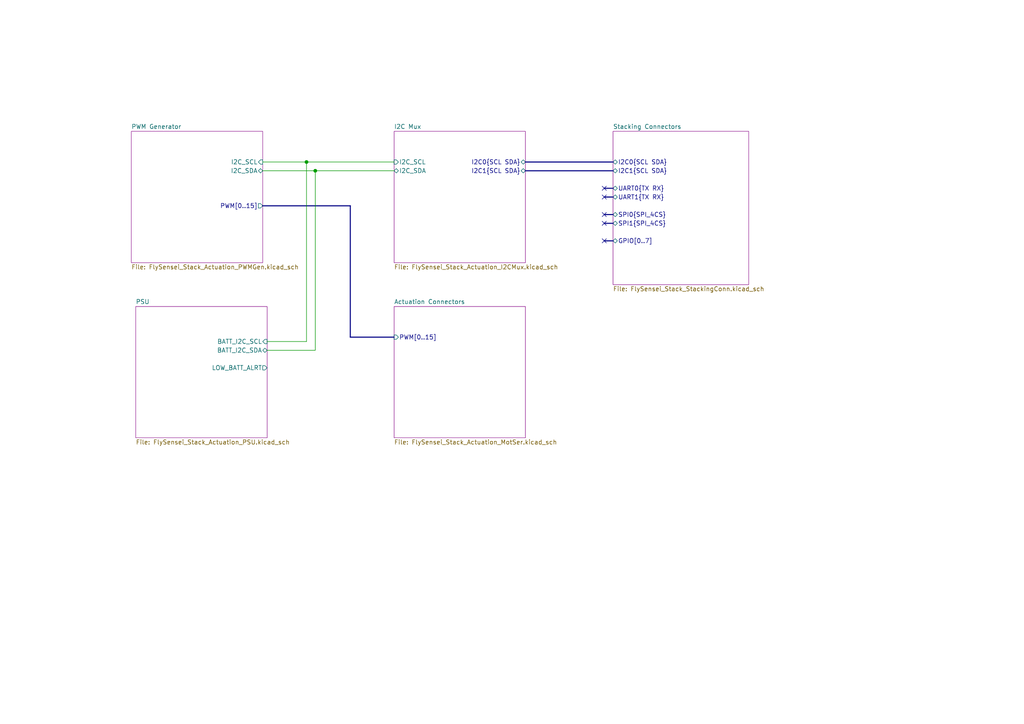
<source format=kicad_sch>
(kicad_sch (version 20210606) (generator eeschema)
  (paper "A4")
  (lib_symbols)
  (junction (at 88.9 46.99) (diameter 0.9144))
  (junction (at 91.44 49.53) (diameter 0.9144))
  (no_connect (at 175.26 54.61))
  (no_connect (at 175.26 57.15))
  (no_connect (at 175.26 62.23))
  (no_connect (at 175.26 64.77))
  (no_connect (at 175.26 69.85))
  (wire (pts (xy 76.2 46.99) (xy 88.9 46.99)))
  (wire (pts (xy 76.2 49.53) (xy 91.44 49.53)))
  (wire (pts (xy 77.47 99.06) (xy 88.9 99.06)))
  (wire (pts (xy 77.47 101.6) (xy 91.44 101.6)))
  (wire (pts (xy 88.9 46.99) (xy 114.3 46.99)))
  (wire (pts (xy 88.9 99.06) (xy 88.9 46.99)))
  (wire (pts (xy 91.44 49.53) (xy 114.3 49.53)))
  (wire (pts (xy 91.44 101.6) (xy 91.44 49.53)))
  (bus (pts (xy 76.2 59.69) (xy 101.6 59.69)))
  (bus (pts (xy 101.6 59.69) (xy 101.6 97.79)))
  (bus (pts (xy 101.6 97.79) (xy 114.3 97.79)))
  (bus (pts (xy 152.4 46.99) (xy 177.8 46.99)))
  (bus (pts (xy 152.4 49.53) (xy 177.8 49.53)))
  (bus (pts (xy 175.26 54.61) (xy 177.8 54.61)))
  (bus (pts (xy 175.26 57.15) (xy 177.8 57.15)))
  (bus (pts (xy 175.26 62.23) (xy 177.8 62.23)))
  (bus (pts (xy 175.26 64.77) (xy 177.8 64.77)))
  (bus (pts (xy 175.26 69.85) (xy 177.8 69.85)))
  (sheet (at 114.3 88.9) (size 38.1 38.1) (stroke (width 0.0006) (color 132 0 132 1)) (fill (color 255 255 255 0.0000))
    (property "Sheet name" "Actuation Connectors" (at 114.3 88.2643 0) (effects (justify left bottom)))
    (property "Sheet file" "FlySensei_Stack_Actuation_MotSer.kicad_sch" (at 114.3 127.5087 0) (effects (justify left top)))
    (pin "PWM[0..15]" input (at 114.3 97.79 180))
  )
  (sheet (at 114.3 38.1) (size 38.1 38.1) (stroke (width 0.0006) (color 132 0 132 1)) (fill (color 255 255 255 0.0000))
    (property "Sheet name" "I2C Mux" (at 114.3 37.4643 0) (effects (justify left bottom)))
    (property "Sheet file" "FlySensei_Stack_Actuation_I2CMux.kicad_sch" (at 114.3 76.7087 0) (effects (justify left top)))
    (pin "I2C_SDA" bidirectional (at 114.3 49.53 180))
    (pin "I2C_SCL" input (at 114.3 46.99 180))
    (pin "I2C1{SCL SDA}" bidirectional (at 152.4 49.53 0))
    (pin "I2C0{SCL SDA}" bidirectional (at 152.4 46.99 0))
  )
  (sheet (at 39.37 88.9) (size 38.1 38.1) (stroke (width 0.0006) (color 132 0 132 1)) (fill (color 255 255 255 0.0000))
    (property "Sheet name" "PSU" (at 39.37 88.2643 0) (effects (justify left bottom)))
    (property "Sheet file" "FlySensei_Stack_Actuation_PSU.kicad_sch" (at 39.37 127.5087 0) (effects (justify left top)))
    (pin "BATT_I2C_SDA" bidirectional (at 77.47 101.6 0))
    (pin "BATT_I2C_SCL" input (at 77.47 99.06 0))
    (pin "LOW_BATT_ALRT" output (at 77.47 106.68 0))
  )
  (sheet (at 38.1 38.1) (size 38.1 38.1) (stroke (width 0.0006) (color 132 0 132 1)) (fill (color 255 255 255 0.0000))
    (property "Sheet name" "PWM Generator" (at 38.1 37.4643 0) (effects (justify left bottom)))
    (property "Sheet file" "FlySensei_Stack_Actuation_PWMGen.kicad_sch" (at 38.1 76.7087 0) (effects (justify left top)))
    (pin "I2C_SDA" bidirectional (at 76.2 49.53 0))
    (pin "I2C_SCL" input (at 76.2 46.99 0))
    (pin "PWM[0..15]" output (at 76.2 59.69 0))
  )
  (sheet (at 177.8 38.1) (size 39.37 44.45) (stroke (width 0.0006) (color 132 0 132 1)) (fill (color 255 255 255 0.0000))
    (property "Sheet name" "Stacking Connectors" (at 177.8 37.4643 0) (effects (justify left bottom)))
    (property "Sheet file" "FlySensei_Stack_StackingConn.kicad_sch" (at 177.8 83.0587 0) (effects (justify left top)))
    (pin "I2C0{SCL SDA}" bidirectional (at 177.8 46.99 180))
    (pin "I2C1{SCL SDA}" bidirectional (at 177.8 49.53 180))
    (pin "UART0{TX RX}" bidirectional (at 177.8 54.61 180))
    (pin "UART1{TX RX}" bidirectional (at 177.8 57.15 180))
    (pin "SPI0{SPI_4CS}" bidirectional (at 177.8 62.23 180))
    (pin "SPI1{SPI_4CS}" bidirectional (at 177.8 64.77 180))
    (pin "GPIO[0..7]" bidirectional (at 177.8 69.85 180))
  )
)
</source>
